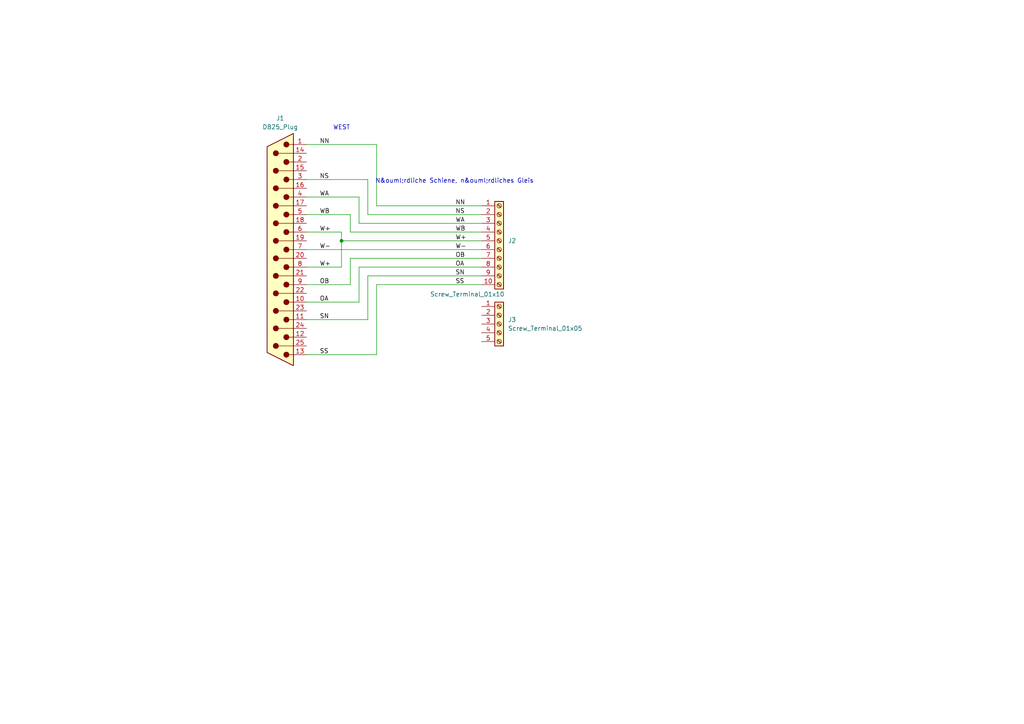
<source format=kicad_sch>
(kicad_sch (version 20231120) (generator "eeschema") (generator_version "8.0")
  (paper "A4")
  (lib_symbols
    (symbol "Connector:DB25_Plug" (pin_names (offset 1.016) hide)
      (property "Reference" "J" (at 0 34.29 0))
      (property "Value" "DB25_Plug" (at 0 -34.925 0))
      (symbol "DB25_Plug_0_1"
        (circle (center -1.778 -30.48) (radius 0.762) (fill (type outline)))
        (circle (center -1.778 -25.4) (radius 0.762) (fill (type outline)))
        (circle (center -1.778 -20.32) (radius 0.762) (fill (type outline)))
        (circle (center -1.778 -15.24) (radius 0.762) (fill (type outline)))
        (circle (center -1.778 -10.16) (radius 0.762) (fill (type outline)))
        (circle (center -1.778 -5.08) (radius 0.762) (fill (type outline)))
        (circle (center -1.778 0) (radius 0.762) (fill (type outline)))
        (circle (center -1.778 5.08) (radius 0.762) (fill (type outline)))
        (circle (center -1.778 10.16) (radius 0.762) (fill (type outline)))
        (circle (center -1.778 15.24) (radius 0.762) (fill (type outline)))
        (circle (center -1.778 20.32) (radius 0.762) (fill (type outline)))
        (circle (center -1.778 25.4) (radius 0.762) (fill (type outline)))
        (circle (center -1.778 30.48) (radius 0.762) (fill (type outline)))
        (polyline (pts (xy -3.81 -30.48) (xy -2.54 -30.48)))
        (polyline (pts (xy -3.81 -27.94) (xy 0.508 -27.94)))
        (polyline (pts (xy -3.81 -25.4) (xy -2.54 -25.4)))
        (polyline (pts (xy -3.81 -22.86) (xy 0.508 -22.86)))
        (polyline (pts (xy -3.81 -20.32) (xy -2.54 -20.32)))
        (polyline (pts (xy -3.81 -17.78) (xy 0.508 -17.78)))
        (polyline (pts (xy -3.81 -15.24) (xy -2.54 -15.24)))
        (polyline (pts (xy -3.81 -12.7) (xy 0.508 -12.7)))
        (polyline (pts (xy -3.81 -10.16) (xy -2.54 -10.16)))
        (polyline (pts (xy -3.81 -7.62) (xy 0.508 -7.62)))
        (polyline (pts (xy -3.81 -5.08) (xy -2.54 -5.08)))
        (polyline (pts (xy -3.81 -2.54) (xy 0.508 -2.54)))
        (polyline (pts (xy -3.81 0) (xy -2.54 0)))
        (polyline (pts (xy -3.81 2.54) (xy 0.508 2.54)))
        (polyline (pts (xy -3.81 5.08) (xy -2.54 5.08)))
        (polyline (pts (xy -3.81 7.62) (xy 0.508 7.62)))
        (polyline (pts (xy -3.81 10.16) (xy -2.54 10.16)))
        (polyline (pts (xy -3.81 12.7) (xy 0.508 12.7)))
        (polyline (pts (xy -3.81 15.24) (xy -2.54 15.24)))
        (polyline (pts (xy -3.81 17.78) (xy 0.508 17.78)))
        (polyline (pts (xy -3.81 20.32) (xy -2.54 20.32)))
        (polyline (pts (xy -3.81 22.86) (xy 0.508 22.86)))
        (polyline (pts (xy -3.81 25.4) (xy -2.54 25.4)))
        (polyline (pts (xy -3.81 27.94) (xy 0.508 27.94)))
        (polyline (pts (xy -3.81 30.48) (xy -2.54 30.48)))
        (polyline (pts (xy -3.81 -33.655) (xy 3.81 -29.845) (xy 3.81 29.845) (xy -3.81 33.655) (xy -3.81 -33.655)) (stroke (width 0.254)) (fill (type background)))
        (circle (center 1.27 -27.94) (radius 0.762) (fill (type outline)))
        (circle (center 1.27 -22.86) (radius 0.762) (fill (type outline)))
        (circle (center 1.27 -17.78) (radius 0.762) (fill (type outline)))
        (circle (center 1.27 -12.7) (radius 0.762) (fill (type outline)))
        (circle (center 1.27 -7.62) (radius 0.762) (fill (type outline)))
        (circle (center 1.27 -2.54) (radius 0.762) (fill (type outline)))
        (circle (center 1.27 2.54) (radius 0.762) (fill (type outline)))
        (circle (center 1.27 7.62) (radius 0.762) (fill (type outline)))
        (circle (center 1.27 12.7) (radius 0.762) (fill (type outline)))
        (circle (center 1.27 17.78) (radius 0.762) (fill (type outline)))
        (circle (center 1.27 22.86) (radius 0.762) (fill (type outline)))
        (circle (center 1.27 27.94) (radius 0.762) (fill (type outline)))
      )
      (symbol "DB25_Plug_1_1"
        (pin passive line (at -7.62 -30.48 0) (length 3.81) (name "1") (number "1"))
        (pin passive line (at -7.62 15.24 0) (length 3.81) (name "10") (number "10"))
        (pin passive line (at -7.62 20.32 0) (length 3.81) (name "11") (number "11"))
        (pin passive line (at -7.62 25.4 0) (length 3.81) (name "12") (number "12"))
        (pin passive line (at -7.62 30.48 0) (length 3.81) (name "13") (number "13"))
        (pin passive line (at -7.62 -27.94 0) (length 3.81) (name "P14") (number "14"))
        (pin passive line (at -7.62 -22.86 0) (length 3.81) (name "P15") (number "15"))
        (pin passive line (at -7.62 -17.78 0) (length 3.81) (name "P16") (number "16"))
        (pin passive line (at -7.62 -12.7 0) (length 3.81) (name "P17") (number "17"))
        (pin passive line (at -7.62 -7.62 0) (length 3.81) (name "P18") (number "18"))
        (pin passive line (at -7.62 -2.54 0) (length 3.81) (name "P19") (number "19"))
        (pin passive line (at -7.62 -25.4 0) (length 3.81) (name "2") (number "2"))
        (pin passive line (at -7.62 2.54 0) (length 3.81) (name "P20") (number "20"))
        (pin passive line (at -7.62 7.62 0) (length 3.81) (name "P21") (number "21"))
        (pin passive line (at -7.62 12.7 0) (length 3.81) (name "P22") (number "22"))
        (pin passive line (at -7.62 17.78 0) (length 3.81) (name "P23") (number "23"))
        (pin passive line (at -7.62 22.86 0) (length 3.81) (name "P24") (number "24"))
        (pin passive line (at -7.62 27.94 0) (length 3.81) (name "P25") (number "25"))
        (pin passive line (at -7.62 -20.32 0) (length 3.81) (name "3") (number "3"))
        (pin passive line (at -7.62 -15.24 0) (length 3.81) (name "4") (number "4"))
        (pin passive line (at -7.62 -10.16 0) (length 3.81) (name "5") (number "5"))
        (pin passive line (at -7.62 -5.08 0) (length 3.81) (name "6") (number "6"))
        (pin passive line (at -7.62 0 0) (length 3.81) (name "7") (number "7"))
        (pin passive line (at -7.62 5.08 0) (length 3.81) (name "8") (number "8"))
        (pin passive line (at -7.62 10.16 0) (length 3.81) (name "9") (number "9"))
      )
    )
    (symbol "Connector:Screw_Terminal_01x05" (pin_names (offset 1.016) hide)
      (property "Reference" "J" (at 0 7.62 0))
      (property "Value" "Screw_Terminal_01x05" (at 0 -7.62 0))
      (symbol "Screw_Terminal_01x05_1_1"
        (rectangle (start -1.27 6.35) (end 1.27 -6.35) (stroke (width 0.254)) (fill (type background)))
        (circle (center 0 -5.08) (radius 0.635) (stroke (width 0.1524)))
        (circle (center 0 -2.54) (radius 0.635) (stroke (width 0.1524)))
        (polyline (pts (xy -0.5334 -4.7498) (xy 0.3302 -5.588)) (stroke (width 0.1524)))
        (polyline (pts (xy -0.5334 -2.2098) (xy 0.3302 -3.048)) (stroke (width 0.1524)))
        (polyline (pts (xy -0.5334 0.3302) (xy 0.3302 -0.508)) (stroke (width 0.1524)))
        (polyline (pts (xy -0.5334 2.8702) (xy 0.3302 2.032)) (stroke (width 0.1524)))
        (polyline (pts (xy -0.5334 5.4102) (xy 0.3302 4.572)) (stroke (width 0.1524)))
        (polyline (pts (xy -0.3556 -4.572) (xy 0.508 -5.4102)) (stroke (width 0.1524)))
        (polyline (pts (xy -0.3556 -2.032) (xy 0.508 -2.8702)) (stroke (width 0.1524)))
        (polyline (pts (xy -0.3556 0.508) (xy 0.508 -0.3302)) (stroke (width 0.1524)))
        (polyline (pts (xy -0.3556 3.048) (xy 0.508 2.2098)) (stroke (width 0.1524)))
        (polyline (pts (xy -0.3556 5.588) (xy 0.508 4.7498)) (stroke (width 0.1524)))
        (circle (center 0 0) (radius 0.635) (stroke (width 0.1524)))
        (circle (center 0 2.54) (radius 0.635) (stroke (width 0.1524)))
        (circle (center 0 5.08) (radius 0.635) (stroke (width 0.1524)))
        (pin passive line (at -5.08 5.08 0) (length 3.81) (name "Pin_1") (number "1"))
        (pin passive line (at -5.08 2.54 0) (length 3.81) (name "Pin_2") (number "2"))
        (pin passive line (at -5.08 0 0) (length 3.81) (name "Pin_3") (number "3"))
        (pin passive line (at -5.08 -2.54 0) (length 3.81) (name "Pin_4") (number "4"))
        (pin passive line (at -5.08 -5.08 0) (length 3.81) (name "Pin_5") (number "5"))
      )
    )
    (symbol "Connector:Screw_Terminal_01x10" (pin_names (offset 1.016) hide)
      (property "Reference" "J" (at 0 12.7 0))
      (property "Value" "Screw_Terminal_01x10" (at 0 -15.24 0))
      (symbol "Screw_Terminal_01x10_1_1"
        (rectangle (start -1.27 11.43) (end 1.27 -13.97) (stroke (width 0.254)) (fill (type background)))
        (circle (center 0 -12.7) (radius 0.635) (stroke (width 0.1524)))
        (circle (center 0 -10.16) (radius 0.635) (stroke (width 0.1524)))
        (circle (center 0 -7.62) (radius 0.635) (stroke (width 0.1524)))
        (circle (center 0 -5.08) (radius 0.635) (stroke (width 0.1524)))
        (circle (center 0 -2.54) (radius 0.635) (stroke (width 0.1524)))
        (polyline (pts (xy -0.5334 -12.3698) (xy 0.3302 -13.208)) (stroke (width 0.1524)))
        (polyline (pts (xy -0.5334 -9.8298) (xy 0.3302 -10.668)) (stroke (width 0.1524)))
        (polyline (pts (xy -0.5334 -7.2898) (xy 0.3302 -8.128)) (stroke (width 0.1524)))
        (polyline (pts (xy -0.5334 -4.7498) (xy 0.3302 -5.588)) (stroke (width 0.1524)))
        (polyline (pts (xy -0.5334 -2.2098) (xy 0.3302 -3.048)) (stroke (width 0.1524)))
        (polyline (pts (xy -0.5334 0.3302) (xy 0.3302 -0.508)) (stroke (width 0.1524)))
        (polyline (pts (xy -0.5334 2.8702) (xy 0.3302 2.032)) (stroke (width 0.1524)))
        (polyline (pts (xy -0.5334 5.4102) (xy 0.3302 4.572)) (stroke (width 0.1524)))
        (polyline (pts (xy -0.5334 7.9502) (xy 0.3302 7.112)) (stroke (width 0.1524)))
        (polyline (pts (xy -0.5334 10.4902) (xy 0.3302 9.652)) (stroke (width 0.1524)))
        (polyline (pts (xy -0.3556 -12.192) (xy 0.508 -13.0302)) (stroke (width 0.1524)))
        (polyline (pts (xy -0.3556 -9.652) (xy 0.508 -10.4902)) (stroke (width 0.1524)))
        (polyline (pts (xy -0.3556 -7.112) (xy 0.508 -7.9502)) (stroke (width 0.1524)))
        (polyline (pts (xy -0.3556 -4.572) (xy 0.508 -5.4102)) (stroke (width 0.1524)))
        (polyline (pts (xy -0.3556 -2.032) (xy 0.508 -2.8702)) (stroke (width 0.1524)))
        (polyline (pts (xy -0.3556 0.508) (xy 0.508 -0.3302)) (stroke (width 0.1524)))
        (polyline (pts (xy -0.3556 3.048) (xy 0.508 2.2098)) (stroke (width 0.1524)))
        (polyline (pts (xy -0.3556 5.588) (xy 0.508 4.7498)) (stroke (width 0.1524)))
        (polyline (pts (xy -0.3556 8.128) (xy 0.508 7.2898)) (stroke (width 0.1524)))
        (polyline (pts (xy -0.3556 10.668) (xy 0.508 9.8298)) (stroke (width 0.1524)))
        (circle (center 0 0) (radius 0.635) (stroke (width 0.1524)))
        (circle (center 0 2.54) (radius 0.635) (stroke (width 0.1524)))
        (circle (center 0 5.08) (radius 0.635) (stroke (width 0.1524)))
        (circle (center 0 7.62) (radius 0.635) (stroke (width 0.1524)))
        (circle (center 0 10.16) (radius 0.635) (stroke (width 0.1524)))
        (pin passive line (at -5.08 10.16 0) (length 3.81) (name "Pin_1") (number "1"))
        (pin passive line (at -5.08 -12.7 0) (length 3.81) (name "Pin_10") (number "10"))
        (pin passive line (at -5.08 7.62 0) (length 3.81) (name "Pin_2") (number "2"))
        (pin passive line (at -5.08 5.08 0) (length 3.81) (name "Pin_3") (number "3"))
        (pin passive line (at -5.08 2.54 0) (length 3.81) (name "Pin_4") (number "4"))
        (pin passive line (at -5.08 0 0) (length 3.81) (name "Pin_5") (number "5"))
        (pin passive line (at -5.08 -2.54 0) (length 3.81) (name "Pin_6") (number "6"))
        (pin passive line (at -5.08 -5.08 0) (length 3.81) (name "Pin_7") (number "7"))
        (pin passive line (at -5.08 -7.62 0) (length 3.81) (name "Pin_8") (number "8"))
        (pin passive line (at -5.08 -10.16 0) (length 3.81) (name "Pin_9") (number "9"))
      )
    )
  )
  (junction (at 99.06 69.85))
  (wire (pts (xy 109.22 41.91) (xy 109.22 59.69)))
  (wire (pts (xy 106.68 62.23) (xy 139.7 62.23)))
  (wire (pts (xy 88.9 41.91) (xy 109.22 41.91)))
  (wire (pts (xy 88.9 102.87) (xy 109.22 102.87)))
  (wire (pts (xy 88.9 82.55) (xy 101.6 82.55)))
  (wire (pts (xy 109.22 82.55) (xy 139.7 82.55)))
  (wire (pts (xy 104.14 87.63) (xy 104.14 77.47)))
  (wire (pts (xy 88.9 67.31) (xy 99.06 67.31)))
  (wire (pts (xy 88.9 52.07) (xy 106.68 52.07)))
  (wire (pts (xy 88.9 72.39) (xy 139.7 72.39)))
  (wire (pts (xy 109.22 102.87) (xy 109.22 82.55)))
  (wire (pts (xy 104.14 57.15) (xy 104.14 64.77)))
  (wire (pts (xy 109.22 59.69) (xy 139.7 59.69)))
  (wire (pts (xy 106.68 92.71) (xy 106.68 80.01)))
  (wire (pts (xy 104.14 64.77) (xy 139.7 64.77)))
  (wire (pts (xy 88.9 87.63) (xy 104.14 87.63)))
  (wire (pts (xy 88.9 62.23) (xy 101.6 62.23)))
  (wire (pts (xy 88.9 92.71) (xy 106.68 92.71)))
  (wire (pts (xy 99.06 69.85) (xy 99.06 77.47)))
  (wire (pts (xy 106.68 52.07) (xy 106.68 62.23)))
  (wire (pts (xy 99.06 69.85) (xy 139.7 69.85)))
  (wire (pts (xy 101.6 74.93) (xy 139.7 74.93)))
  (wire (pts (xy 101.6 67.31) (xy 139.7 67.31)))
  (wire (pts (xy 88.9 77.47) (xy 99.06 77.47)))
  (wire (pts (xy 106.68 80.01) (xy 139.7 80.01)))
  (wire (pts (xy 101.6 62.23) (xy 101.6 67.31)))
  (wire (pts (xy 88.9 57.15) (xy 104.14 57.15)))
  (wire (pts (xy 101.6 82.55) (xy 101.6 74.93)))
  (wire (pts (xy 99.06 67.31) (xy 99.06 69.85)))
  (wire (pts (xy 104.14 77.47) (xy 139.7 77.47)))
  (text "N&ouml;rdliche Schiene, n&ouml;rdliches Gleis" (at 131.826 52.578 0) (effects (font (size 1.27 1.27))))
  (text "WEST" (at 99.06 37.084 0) (effects (font (size 1.27 1.27))))
  (label "W-" (at 132.08 72.39 0))
  (label "NS" (at 132.08 62.23 0))
  (label "SN" (at 92.71 92.71 0))
  (label "WB" (at 132.08 67.31 0))
  (label "WB" (at 92.71 62.23 0))
  (label "WA" (at 92.71 57.15 0))
  (label "W+" (at 92.71 77.47 0))
  (label "WA" (at 132.08 64.77 0))
  (label "NS" (at 92.71 52.07 0))
  (label "OB" (at 92.71 82.55 0))
  (label "NN" (at 92.71 41.91 0))
  (label "SS" (at 132.08 82.55 0))
  (label "SS" (at 92.71 102.87 0))
  (label "OA" (at 132.08 77.47 0))
  (label "OA" (at 92.71 87.63 0))
  (label "W+" (at 92.71 67.31 0))
  (label "W+" (at 132.08 69.85 0))
  (label "NN" (at 132.08 59.69 0))
  (label "W-" (at 92.71 72.39 0))
  (label "SN" (at 132.08 80.01 0))
  (label "OB" (at 132.08 74.93 0))
  (symbol (lib_id "Connector:Screw_Terminal_01x05") (at 144.78 93.98 0) (unit 1)
    (property "Reference" "J3" (at 147.32 92.7099 0) (effects (justify left)))
    (property "Value" "Screw_Terminal_01x05" (at 147.32 95.2499 0) (effects (justify left)))
    (property "Footprint" "Connector_Samtec_HPM_THT:Samtec_HPM-05-01-x-S_Straight_1x05_Pitch5.08mm" (effects (hide yes)))
    (property "Description" "Generic screw terminal, single row, 01x05, script generated (kicad-library-utils/schlib/autogen/connector/)" (effects (hide yes)))
  )
  (symbol (lib_id "Connector:DB25_Plug") (at 81.28 72.39 180) (unit 1)
    (property "Reference" "J1" (at 81.28 34.29 0))
    (property "Value" "DB25_Plug" (at 81.28 36.83 0))
    (property "Footprint" "Connector_Dsub:DSUB-25_Male_Horizontal_P2.77x2.54mm_EdgePinOffset9.40mm" (effects (hide yes)))
    (property "Description" "25-pin male plug pin D-SUB connector" (effects (hide yes)))
  )
  (symbol (lib_id "Connector:Screw_Terminal_01x10") (at 144.78 69.85 0) (unit 1)
    (property "Reference" "J2" (at 147.32 69.8499 0) (effects (justify left)))
    (property "Value" "Screw_Terminal_01x10" (at 124.714 85.344 0) (effects (justify left)))
    (property "Footprint" "Connector_Samtec_HPM_THT:Samtec_HPM-10-05-x-S_Straight_1x10_Pitch5.08mm" (effects (hide yes)))
    (property "Description" "Generic screw terminal, single row, 01x10, script generated (kicad-library-utils/schlib/autogen/connector/)" (effects (hide yes)))
  )
)
</source>
